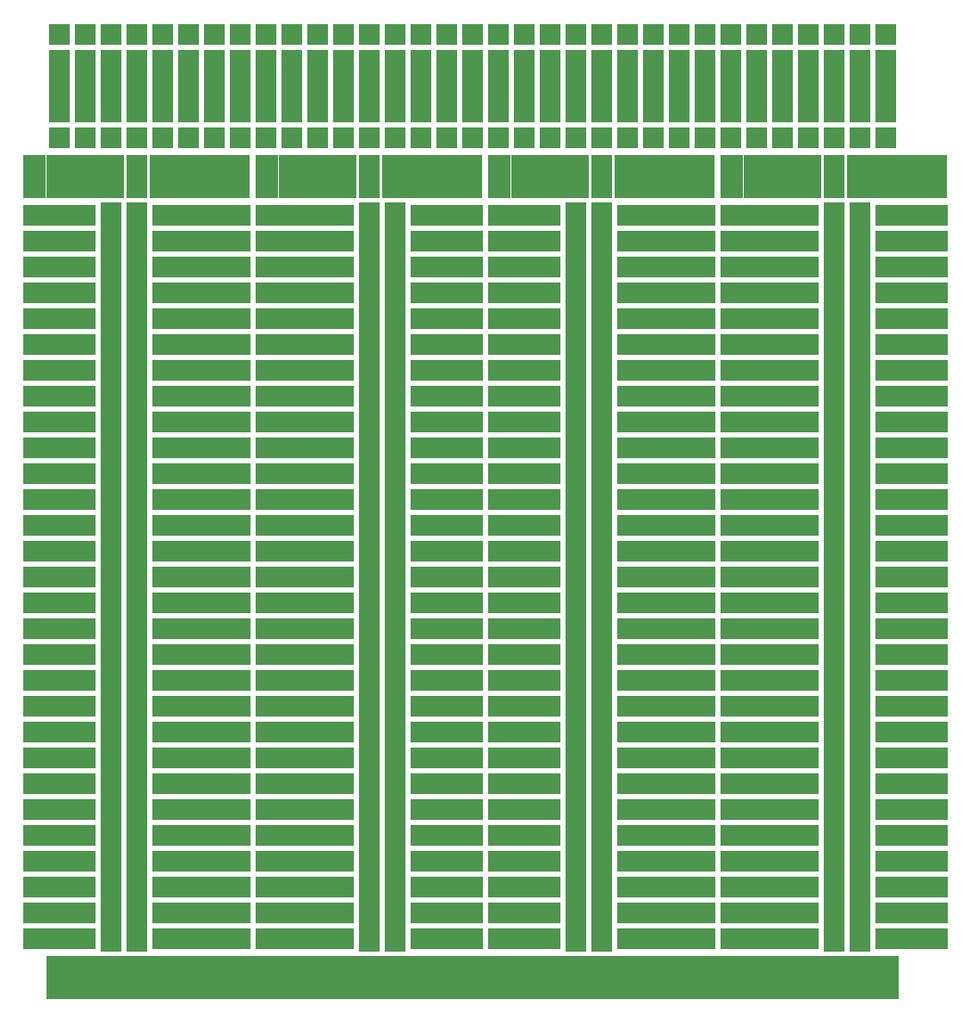
<source format=gbs>
%TF.GenerationSoftware,KiCad,Pcbnew,(5.99.0-1350-g7e4d255cd)*%
%TF.CreationDate,2020-04-19T23:06:08-06:00*%
%TF.ProjectId,generic-pcb,67656e65-7269-4632-9d70-63622e6b6963,rev?*%
%TF.SameCoordinates,PX5d42830PY292dfe0*%
%TF.FileFunction,Soldermask,Bot*%
%TF.FilePolarity,Negative*%
%FSLAX46Y46*%
G04 Gerber Fmt 4.6, Leading zero omitted, Abs format (unit mm)*
G04 Created by KiCad (PCBNEW (5.99.0-1350-g7e4d255cd)) date 2020-04-19 23:06:08*
%MOMM*%
%LPD*%
G01*
G04 APERTURE LIST*
%ADD10R,2.540000X2.286000*%
%ADD11R,2.286000X2.286000*%
%ADD12R,3.048000X2.286000*%
%ADD13R,2.032000X2.286000*%
%ADD14R,2.032000X2.540000*%
%ADD15R,2.032000X2.032000*%
%ADD16R,3.048000X2.032000*%
G04 APERTURE END LIST*
D10*
%TO.C,REF\u002A\u002A8*%
X82550000Y-17526000D03*
D11*
X95123000Y-17526000D03*
D10*
X92710000Y-17526000D03*
X90170000Y-17526000D03*
D11*
X75057000Y-17526000D03*
D10*
X77470000Y-17526000D03*
X87630000Y-17526000D03*
D12*
X80010000Y-17526000D03*
D13*
X85090000Y-17526000D03*
D11*
X75057000Y-15494000D03*
D10*
X77470000Y-15494000D03*
X80010000Y-15494000D03*
X82550000Y-15494000D03*
D11*
X95123000Y-15494000D03*
D10*
X92710000Y-15494000D03*
X90170000Y-15494000D03*
X87630000Y-15494000D03*
D13*
X85090000Y-15494000D03*
%TD*%
%TO.C,REF\u002A\u002A8*%
X62230000Y-15494000D03*
D10*
X64770000Y-15494000D03*
X67310000Y-15494000D03*
X69850000Y-15494000D03*
D11*
X72263000Y-15494000D03*
D10*
X59690000Y-15494000D03*
X57150000Y-15494000D03*
X54610000Y-15494000D03*
D11*
X52197000Y-15494000D03*
D13*
X62230000Y-17526000D03*
D12*
X57150000Y-17526000D03*
D10*
X64770000Y-17526000D03*
X54610000Y-17526000D03*
D11*
X52197000Y-17526000D03*
D10*
X67310000Y-17526000D03*
X69850000Y-17526000D03*
D11*
X72263000Y-17526000D03*
D10*
X59690000Y-17526000D03*
%TD*%
%TO.C,REF\u002A\u002A8*%
X36830000Y-17526000D03*
D11*
X49403000Y-17526000D03*
D10*
X46990000Y-17526000D03*
X44450000Y-17526000D03*
D11*
X29337000Y-17526000D03*
D10*
X31750000Y-17526000D03*
X41910000Y-17526000D03*
D12*
X34290000Y-17526000D03*
D13*
X39370000Y-17526000D03*
D11*
X29337000Y-15494000D03*
D10*
X31750000Y-15494000D03*
X34290000Y-15494000D03*
X36830000Y-15494000D03*
D11*
X49403000Y-15494000D03*
D10*
X46990000Y-15494000D03*
X44450000Y-15494000D03*
X41910000Y-15494000D03*
D13*
X39370000Y-15494000D03*
%TD*%
%TO.C,REF\u002A\u002A8*%
X16510000Y-15494000D03*
D10*
X19050000Y-15494000D03*
X21590000Y-15494000D03*
X24130000Y-15494000D03*
D11*
X26543000Y-15494000D03*
D10*
X13970000Y-15494000D03*
X11430000Y-15494000D03*
X8890000Y-15494000D03*
D11*
X6477000Y-15494000D03*
D13*
X16510000Y-17526000D03*
D12*
X11430000Y-17526000D03*
D10*
X19050000Y-17526000D03*
X8890000Y-17526000D03*
D11*
X6477000Y-17526000D03*
D10*
X21590000Y-17526000D03*
X24130000Y-17526000D03*
D11*
X26543000Y-17526000D03*
D10*
X13970000Y-17526000D03*
%TD*%
D14*
%TO.C,REF\u002A\u002A10*%
X87630000Y-91440000D03*
X85090000Y-91440000D03*
D15*
X82550000Y-91440000D03*
D16*
X80010000Y-91440000D03*
X77470000Y-91440000D03*
D15*
X74930000Y-91440000D03*
X95250000Y-91440000D03*
D16*
X92710000Y-91440000D03*
D15*
X90170000Y-91440000D03*
%TD*%
D14*
%TO.C,REF\u002A\u002A10*%
X41910000Y-91440000D03*
X39370000Y-91440000D03*
D15*
X36830000Y-91440000D03*
D16*
X34290000Y-91440000D03*
X31750000Y-91440000D03*
D15*
X29210000Y-91440000D03*
X49530000Y-91440000D03*
D16*
X46990000Y-91440000D03*
D15*
X44450000Y-91440000D03*
%TD*%
D14*
%TO.C,REF\u002A\u002A22*%
X62230000Y-40640000D03*
X59690000Y-40640000D03*
D15*
X72390000Y-40640000D03*
D16*
X69850000Y-40640000D03*
X67310000Y-40640000D03*
D15*
X64770000Y-40640000D03*
X57150000Y-40640000D03*
D16*
X54610000Y-40640000D03*
D15*
X52070000Y-40640000D03*
%TD*%
D10*
%TO.C,REF\u002A\u002A1*%
X8890000Y-96266000D03*
X8890000Y-94234000D03*
%TD*%
D14*
%TO.C,REF\u002A\u002A27*%
X16510000Y-27940000D03*
X13970000Y-27940000D03*
D15*
X26670000Y-27940000D03*
D16*
X24130000Y-27940000D03*
X21590000Y-27940000D03*
D15*
X19050000Y-27940000D03*
X11430000Y-27940000D03*
D16*
X8890000Y-27940000D03*
D15*
X6350000Y-27940000D03*
%TD*%
D14*
%TO.C,REF\u002A\u002A27*%
X16510000Y-25400000D03*
X13970000Y-25400000D03*
D15*
X26670000Y-25400000D03*
D16*
X24130000Y-25400000D03*
X21590000Y-25400000D03*
D15*
X19050000Y-25400000D03*
X11430000Y-25400000D03*
D16*
X8890000Y-25400000D03*
D15*
X6350000Y-25400000D03*
%TD*%
D14*
%TO.C,REF\u002A\u002A27*%
X16510000Y-22860000D03*
X13970000Y-22860000D03*
D15*
X26670000Y-22860000D03*
D16*
X24130000Y-22860000D03*
X21590000Y-22860000D03*
D15*
X19050000Y-22860000D03*
X11430000Y-22860000D03*
D16*
X8890000Y-22860000D03*
D15*
X6350000Y-22860000D03*
%TD*%
D14*
%TO.C,REF\u002A\u002A34*%
X41910000Y-27940000D03*
X39370000Y-27940000D03*
D15*
X36830000Y-27940000D03*
D16*
X34290000Y-27940000D03*
X31750000Y-27940000D03*
D15*
X29210000Y-27940000D03*
X49530000Y-27940000D03*
D16*
X46990000Y-27940000D03*
D15*
X44450000Y-27940000D03*
%TD*%
D14*
%TO.C,REF\u002A\u002A34*%
X41910000Y-25400000D03*
X39370000Y-25400000D03*
D15*
X36830000Y-25400000D03*
D16*
X34290000Y-25400000D03*
X31750000Y-25400000D03*
D15*
X29210000Y-25400000D03*
X49530000Y-25400000D03*
D16*
X46990000Y-25400000D03*
D15*
X44450000Y-25400000D03*
%TD*%
D14*
%TO.C,REF\u002A\u002A34*%
X41910000Y-22860000D03*
X39370000Y-22860000D03*
D15*
X36830000Y-22860000D03*
D16*
X34290000Y-22860000D03*
X31750000Y-22860000D03*
D15*
X29210000Y-22860000D03*
X49530000Y-22860000D03*
D16*
X46990000Y-22860000D03*
D15*
X44450000Y-22860000D03*
%TD*%
D14*
%TO.C,REF\u002A\u002A27*%
X62230000Y-27940000D03*
X59690000Y-27940000D03*
D15*
X72390000Y-27940000D03*
D16*
X69850000Y-27940000D03*
X67310000Y-27940000D03*
D15*
X64770000Y-27940000D03*
X57150000Y-27940000D03*
D16*
X54610000Y-27940000D03*
D15*
X52070000Y-27940000D03*
%TD*%
D14*
%TO.C,REF\u002A\u002A27*%
X62230000Y-25400000D03*
X59690000Y-25400000D03*
D15*
X72390000Y-25400000D03*
D16*
X69850000Y-25400000D03*
X67310000Y-25400000D03*
D15*
X64770000Y-25400000D03*
X57150000Y-25400000D03*
D16*
X54610000Y-25400000D03*
D15*
X52070000Y-25400000D03*
%TD*%
D14*
%TO.C,REF\u002A\u002A27*%
X62230000Y-22860000D03*
X59690000Y-22860000D03*
D15*
X72390000Y-22860000D03*
D16*
X69850000Y-22860000D03*
X67310000Y-22860000D03*
D15*
X64770000Y-22860000D03*
X57150000Y-22860000D03*
D16*
X54610000Y-22860000D03*
D15*
X52070000Y-22860000D03*
%TD*%
D14*
%TO.C,REF\u002A\u002A34*%
X87630000Y-27940000D03*
X85090000Y-27940000D03*
D15*
X82550000Y-27940000D03*
D16*
X80010000Y-27940000D03*
X77470000Y-27940000D03*
D15*
X74930000Y-27940000D03*
X95250000Y-27940000D03*
D16*
X92710000Y-27940000D03*
D15*
X90170000Y-27940000D03*
%TD*%
D14*
%TO.C,REF\u002A\u002A34*%
X87630000Y-25400000D03*
X85090000Y-25400000D03*
D15*
X82550000Y-25400000D03*
D16*
X80010000Y-25400000D03*
X77470000Y-25400000D03*
D15*
X74930000Y-25400000D03*
X95250000Y-25400000D03*
D16*
X92710000Y-25400000D03*
D15*
X90170000Y-25400000D03*
%TD*%
D14*
%TO.C,REF\u002A\u002A34*%
X87630000Y-22860000D03*
X85090000Y-22860000D03*
D15*
X82550000Y-22860000D03*
D16*
X80010000Y-22860000D03*
X77470000Y-22860000D03*
D15*
X74930000Y-22860000D03*
X95250000Y-22860000D03*
D16*
X92710000Y-22860000D03*
D15*
X90170000Y-22860000D03*
%TD*%
D10*
%TO.C,REF\u002A\u002A1*%
X11430000Y-96266000D03*
X11430000Y-94234000D03*
%TD*%
%TO.C,REF\u002A\u002A30*%
X90170000Y-96266000D03*
X90170000Y-94234000D03*
%TD*%
%TO.C,REF\u002A\u002A30*%
X87630000Y-96266000D03*
X87630000Y-94234000D03*
%TD*%
%TO.C,REF\u002A\u002A29*%
X85090000Y-96266000D03*
X85090000Y-94234000D03*
%TD*%
%TO.C,REF\u002A\u002A28*%
X82550000Y-96266000D03*
X82550000Y-94234000D03*
%TD*%
%TO.C,REF\u002A\u002A27*%
X80010000Y-96266000D03*
X80010000Y-94234000D03*
%TD*%
%TO.C,REF\u002A\u002A26*%
X77470000Y-96266000D03*
X77470000Y-94234000D03*
%TD*%
%TO.C,REF\u002A\u002A25*%
X74930000Y-96266000D03*
X74930000Y-94234000D03*
%TD*%
%TO.C,REF\u002A\u002A24*%
X72390000Y-96266000D03*
X72390000Y-94234000D03*
%TD*%
%TO.C,REF\u002A\u002A23*%
X69850000Y-96266000D03*
X69850000Y-94234000D03*
%TD*%
%TO.C,REF\u002A\u002A22*%
X67310000Y-96266000D03*
X67310000Y-94234000D03*
%TD*%
%TO.C,REF\u002A\u002A21*%
X64770000Y-96266000D03*
X64770000Y-94234000D03*
%TD*%
%TO.C,REF\u002A\u002A20*%
X62230000Y-96266000D03*
X62230000Y-94234000D03*
%TD*%
%TO.C,REF\u002A\u002A19*%
X59690000Y-96266000D03*
X59690000Y-94234000D03*
%TD*%
%TO.C,REF\u002A\u002A18*%
X57150000Y-96266000D03*
X57150000Y-94234000D03*
%TD*%
%TO.C,REF\u002A\u002A17*%
X54610000Y-96266000D03*
X54610000Y-94234000D03*
%TD*%
%TO.C,REF\u002A\u002A16*%
X52070000Y-96266000D03*
X52070000Y-94234000D03*
%TD*%
%TO.C,REF\u002A\u002A15*%
X49530000Y-96266000D03*
X49530000Y-94234000D03*
%TD*%
%TO.C,REF\u002A\u002A14*%
X46990000Y-96266000D03*
X46990000Y-94234000D03*
%TD*%
%TO.C,REF\u002A\u002A13*%
X44450000Y-96266000D03*
X44450000Y-94234000D03*
%TD*%
%TO.C,REF\u002A\u002A12*%
X41910000Y-96266000D03*
X41910000Y-94234000D03*
%TD*%
%TO.C,REF\u002A\u002A11*%
X39370000Y-96266000D03*
X39370000Y-94234000D03*
%TD*%
%TO.C,REF\u002A\u002A10*%
X36830000Y-96266000D03*
X36830000Y-94234000D03*
%TD*%
%TO.C,REF\u002A\u002A9*%
X34290000Y-96266000D03*
X34290000Y-94234000D03*
%TD*%
%TO.C,REF\u002A\u002A8*%
X31750000Y-96266000D03*
X31750000Y-94234000D03*
%TD*%
%TO.C,REF\u002A\u002A7*%
X29210000Y-96266000D03*
X29210000Y-94234000D03*
%TD*%
%TO.C,REF\u002A\u002A6*%
X26670000Y-96266000D03*
X26670000Y-94234000D03*
%TD*%
%TO.C,REF\u002A\u002A5*%
X24130000Y-96266000D03*
X24130000Y-94234000D03*
%TD*%
%TO.C,REF\u002A\u002A4*%
X21590000Y-96266000D03*
X21590000Y-94234000D03*
%TD*%
%TO.C,REF\u002A\u002A3*%
X19050000Y-96266000D03*
X19050000Y-94234000D03*
%TD*%
%TO.C,REF\u002A\u002A2*%
X16510000Y-96266000D03*
X16510000Y-94234000D03*
%TD*%
D14*
%TO.C,REF\u002A\u002A3*%
X16510000Y-88900000D03*
X13970000Y-88900000D03*
D15*
X26670000Y-88900000D03*
D16*
X24130000Y-88900000D03*
X21590000Y-88900000D03*
D15*
X19050000Y-88900000D03*
X11430000Y-88900000D03*
D16*
X8890000Y-88900000D03*
D15*
X6350000Y-88900000D03*
%TD*%
D14*
%TO.C,REF\u002A\u002A4*%
X16510000Y-86360000D03*
X13970000Y-86360000D03*
D15*
X26670000Y-86360000D03*
D16*
X24130000Y-86360000D03*
X21590000Y-86360000D03*
D15*
X19050000Y-86360000D03*
X11430000Y-86360000D03*
D16*
X8890000Y-86360000D03*
D15*
X6350000Y-86360000D03*
%TD*%
D14*
%TO.C,REF\u002A\u002A5*%
X16510000Y-83820000D03*
X13970000Y-83820000D03*
D15*
X26670000Y-83820000D03*
D16*
X24130000Y-83820000D03*
X21590000Y-83820000D03*
D15*
X19050000Y-83820000D03*
X11430000Y-83820000D03*
D16*
X8890000Y-83820000D03*
D15*
X6350000Y-83820000D03*
%TD*%
D14*
%TO.C,REF\u002A\u002A6*%
X16510000Y-81280000D03*
X13970000Y-81280000D03*
D15*
X26670000Y-81280000D03*
D16*
X24130000Y-81280000D03*
X21590000Y-81280000D03*
D15*
X19050000Y-81280000D03*
X11430000Y-81280000D03*
D16*
X8890000Y-81280000D03*
D15*
X6350000Y-81280000D03*
%TD*%
D14*
%TO.C,REF\u002A\u002A7*%
X16510000Y-78740000D03*
X13970000Y-78740000D03*
D15*
X26670000Y-78740000D03*
D16*
X24130000Y-78740000D03*
X21590000Y-78740000D03*
D15*
X19050000Y-78740000D03*
X11430000Y-78740000D03*
D16*
X8890000Y-78740000D03*
D15*
X6350000Y-78740000D03*
%TD*%
D14*
%TO.C,REF\u002A\u002A8*%
X16510000Y-76200000D03*
X13970000Y-76200000D03*
D15*
X26670000Y-76200000D03*
D16*
X24130000Y-76200000D03*
X21590000Y-76200000D03*
D15*
X19050000Y-76200000D03*
X11430000Y-76200000D03*
D16*
X8890000Y-76200000D03*
D15*
X6350000Y-76200000D03*
%TD*%
D14*
%TO.C,REF\u002A\u002A9*%
X16510000Y-73660000D03*
X13970000Y-73660000D03*
D15*
X26670000Y-73660000D03*
D16*
X24130000Y-73660000D03*
X21590000Y-73660000D03*
D15*
X19050000Y-73660000D03*
X11430000Y-73660000D03*
D16*
X8890000Y-73660000D03*
D15*
X6350000Y-73660000D03*
%TD*%
D14*
%TO.C,REF\u002A\u002A10*%
X16510000Y-71120000D03*
X13970000Y-71120000D03*
D15*
X26670000Y-71120000D03*
D16*
X24130000Y-71120000D03*
X21590000Y-71120000D03*
D15*
X19050000Y-71120000D03*
X11430000Y-71120000D03*
D16*
X8890000Y-71120000D03*
D15*
X6350000Y-71120000D03*
%TD*%
D14*
%TO.C,REF\u002A\u002A11*%
X16510000Y-68580000D03*
X13970000Y-68580000D03*
D15*
X26670000Y-68580000D03*
D16*
X24130000Y-68580000D03*
X21590000Y-68580000D03*
D15*
X19050000Y-68580000D03*
X11430000Y-68580000D03*
D16*
X8890000Y-68580000D03*
D15*
X6350000Y-68580000D03*
%TD*%
D14*
%TO.C,REF\u002A\u002A12*%
X16510000Y-66040000D03*
X13970000Y-66040000D03*
D15*
X26670000Y-66040000D03*
D16*
X24130000Y-66040000D03*
X21590000Y-66040000D03*
D15*
X19050000Y-66040000D03*
X11430000Y-66040000D03*
D16*
X8890000Y-66040000D03*
D15*
X6350000Y-66040000D03*
%TD*%
D14*
%TO.C,REF\u002A\u002A13*%
X16510000Y-63500000D03*
X13970000Y-63500000D03*
D15*
X26670000Y-63500000D03*
D16*
X24130000Y-63500000D03*
X21590000Y-63500000D03*
D15*
X19050000Y-63500000D03*
X11430000Y-63500000D03*
D16*
X8890000Y-63500000D03*
D15*
X6350000Y-63500000D03*
%TD*%
D14*
%TO.C,REF\u002A\u002A14*%
X16510000Y-60960000D03*
X13970000Y-60960000D03*
D15*
X26670000Y-60960000D03*
D16*
X24130000Y-60960000D03*
X21590000Y-60960000D03*
D15*
X19050000Y-60960000D03*
X11430000Y-60960000D03*
D16*
X8890000Y-60960000D03*
D15*
X6350000Y-60960000D03*
%TD*%
D14*
%TO.C,REF\u002A\u002A15*%
X16510000Y-58420000D03*
X13970000Y-58420000D03*
D15*
X26670000Y-58420000D03*
D16*
X24130000Y-58420000D03*
X21590000Y-58420000D03*
D15*
X19050000Y-58420000D03*
X11430000Y-58420000D03*
D16*
X8890000Y-58420000D03*
D15*
X6350000Y-58420000D03*
%TD*%
D14*
%TO.C,REF\u002A\u002A16*%
X16510000Y-55880000D03*
X13970000Y-55880000D03*
D15*
X26670000Y-55880000D03*
D16*
X24130000Y-55880000D03*
X21590000Y-55880000D03*
D15*
X19050000Y-55880000D03*
X11430000Y-55880000D03*
D16*
X8890000Y-55880000D03*
D15*
X6350000Y-55880000D03*
%TD*%
D14*
%TO.C,REF\u002A\u002A17*%
X16510000Y-53340000D03*
X13970000Y-53340000D03*
D15*
X26670000Y-53340000D03*
D16*
X24130000Y-53340000D03*
X21590000Y-53340000D03*
D15*
X19050000Y-53340000D03*
X11430000Y-53340000D03*
D16*
X8890000Y-53340000D03*
D15*
X6350000Y-53340000D03*
%TD*%
D14*
%TO.C,REF\u002A\u002A18*%
X16510000Y-50800000D03*
X13970000Y-50800000D03*
D15*
X26670000Y-50800000D03*
D16*
X24130000Y-50800000D03*
X21590000Y-50800000D03*
D15*
X19050000Y-50800000D03*
X11430000Y-50800000D03*
D16*
X8890000Y-50800000D03*
D15*
X6350000Y-50800000D03*
%TD*%
D14*
%TO.C,REF\u002A\u002A19*%
X16510000Y-48260000D03*
X13970000Y-48260000D03*
D15*
X26670000Y-48260000D03*
D16*
X24130000Y-48260000D03*
X21590000Y-48260000D03*
D15*
X19050000Y-48260000D03*
X11430000Y-48260000D03*
D16*
X8890000Y-48260000D03*
D15*
X6350000Y-48260000D03*
%TD*%
D14*
%TO.C,REF\u002A\u002A20*%
X16510000Y-45720000D03*
X13970000Y-45720000D03*
D15*
X26670000Y-45720000D03*
D16*
X24130000Y-45720000D03*
X21590000Y-45720000D03*
D15*
X19050000Y-45720000D03*
X11430000Y-45720000D03*
D16*
X8890000Y-45720000D03*
D15*
X6350000Y-45720000D03*
%TD*%
D14*
%TO.C,REF\u002A\u002A21*%
X16510000Y-43180000D03*
X13970000Y-43180000D03*
D15*
X26670000Y-43180000D03*
D16*
X24130000Y-43180000D03*
X21590000Y-43180000D03*
D15*
X19050000Y-43180000D03*
X11430000Y-43180000D03*
D16*
X8890000Y-43180000D03*
D15*
X6350000Y-43180000D03*
%TD*%
D14*
%TO.C,REF\u002A\u002A22*%
X16510000Y-40640000D03*
X13970000Y-40640000D03*
D15*
X26670000Y-40640000D03*
D16*
X24130000Y-40640000D03*
X21590000Y-40640000D03*
D15*
X19050000Y-40640000D03*
X11430000Y-40640000D03*
D16*
X8890000Y-40640000D03*
D15*
X6350000Y-40640000D03*
%TD*%
D14*
%TO.C,REF\u002A\u002A23*%
X16510000Y-38100000D03*
X13970000Y-38100000D03*
D15*
X26670000Y-38100000D03*
D16*
X24130000Y-38100000D03*
X21590000Y-38100000D03*
D15*
X19050000Y-38100000D03*
X11430000Y-38100000D03*
D16*
X8890000Y-38100000D03*
D15*
X6350000Y-38100000D03*
%TD*%
D14*
%TO.C,REF\u002A\u002A24*%
X16510000Y-35560000D03*
X13970000Y-35560000D03*
D15*
X26670000Y-35560000D03*
D16*
X24130000Y-35560000D03*
X21590000Y-35560000D03*
D15*
X19050000Y-35560000D03*
X11430000Y-35560000D03*
D16*
X8890000Y-35560000D03*
D15*
X6350000Y-35560000D03*
%TD*%
D14*
%TO.C,REF\u002A\u002A25*%
X16510000Y-33020000D03*
X13970000Y-33020000D03*
D15*
X26670000Y-33020000D03*
D16*
X24130000Y-33020000D03*
X21590000Y-33020000D03*
D15*
X19050000Y-33020000D03*
X11430000Y-33020000D03*
D16*
X8890000Y-33020000D03*
D15*
X6350000Y-33020000D03*
%TD*%
D14*
%TO.C,REF\u002A\u002A26*%
X16510000Y-30480000D03*
X13970000Y-30480000D03*
D15*
X26670000Y-30480000D03*
D16*
X24130000Y-30480000D03*
X21590000Y-30480000D03*
D15*
X19050000Y-30480000D03*
X11430000Y-30480000D03*
D16*
X8890000Y-30480000D03*
D15*
X6350000Y-30480000D03*
%TD*%
D14*
%TO.C,REF\u002A\u002A27*%
X16510000Y-20320000D03*
X13970000Y-20320000D03*
D15*
X26670000Y-20320000D03*
D16*
X24130000Y-20320000D03*
X21590000Y-20320000D03*
D15*
X19050000Y-20320000D03*
X11430000Y-20320000D03*
D16*
X8890000Y-20320000D03*
D15*
X6350000Y-20320000D03*
%TD*%
D14*
%TO.C,REF\u002A\u002A27*%
X16510000Y-20320000D03*
X13970000Y-20320000D03*
D15*
X26670000Y-20320000D03*
D16*
X24130000Y-20320000D03*
X21590000Y-20320000D03*
D15*
X19050000Y-20320000D03*
X11430000Y-20320000D03*
D16*
X8890000Y-20320000D03*
D15*
X6350000Y-20320000D03*
%TD*%
D14*
%TO.C,REF\u002A\u002A26*%
X16510000Y-30480000D03*
X13970000Y-30480000D03*
D15*
X26670000Y-30480000D03*
D16*
X24130000Y-30480000D03*
X21590000Y-30480000D03*
D15*
X19050000Y-30480000D03*
X11430000Y-30480000D03*
D16*
X8890000Y-30480000D03*
D15*
X6350000Y-30480000D03*
%TD*%
D14*
%TO.C,REF\u002A\u002A25*%
X16510000Y-33020000D03*
X13970000Y-33020000D03*
D15*
X26670000Y-33020000D03*
D16*
X24130000Y-33020000D03*
X21590000Y-33020000D03*
D15*
X19050000Y-33020000D03*
X11430000Y-33020000D03*
D16*
X8890000Y-33020000D03*
D15*
X6350000Y-33020000D03*
%TD*%
D14*
%TO.C,REF\u002A\u002A24*%
X16510000Y-35560000D03*
X13970000Y-35560000D03*
D15*
X26670000Y-35560000D03*
D16*
X24130000Y-35560000D03*
X21590000Y-35560000D03*
D15*
X19050000Y-35560000D03*
X11430000Y-35560000D03*
D16*
X8890000Y-35560000D03*
D15*
X6350000Y-35560000D03*
%TD*%
D14*
%TO.C,REF\u002A\u002A23*%
X16510000Y-38100000D03*
X13970000Y-38100000D03*
D15*
X26670000Y-38100000D03*
D16*
X24130000Y-38100000D03*
X21590000Y-38100000D03*
D15*
X19050000Y-38100000D03*
X11430000Y-38100000D03*
D16*
X8890000Y-38100000D03*
D15*
X6350000Y-38100000D03*
%TD*%
D14*
%TO.C,REF\u002A\u002A22*%
X16510000Y-40640000D03*
X13970000Y-40640000D03*
D15*
X26670000Y-40640000D03*
D16*
X24130000Y-40640000D03*
X21590000Y-40640000D03*
D15*
X19050000Y-40640000D03*
X11430000Y-40640000D03*
D16*
X8890000Y-40640000D03*
D15*
X6350000Y-40640000D03*
%TD*%
D14*
%TO.C,REF\u002A\u002A21*%
X16510000Y-43180000D03*
X13970000Y-43180000D03*
D15*
X26670000Y-43180000D03*
D16*
X24130000Y-43180000D03*
X21590000Y-43180000D03*
D15*
X19050000Y-43180000D03*
X11430000Y-43180000D03*
D16*
X8890000Y-43180000D03*
D15*
X6350000Y-43180000D03*
%TD*%
D14*
%TO.C,REF\u002A\u002A20*%
X16510000Y-45720000D03*
X13970000Y-45720000D03*
D15*
X26670000Y-45720000D03*
D16*
X24130000Y-45720000D03*
X21590000Y-45720000D03*
D15*
X19050000Y-45720000D03*
X11430000Y-45720000D03*
D16*
X8890000Y-45720000D03*
D15*
X6350000Y-45720000D03*
%TD*%
D14*
%TO.C,REF\u002A\u002A19*%
X16510000Y-48260000D03*
X13970000Y-48260000D03*
D15*
X26670000Y-48260000D03*
D16*
X24130000Y-48260000D03*
X21590000Y-48260000D03*
D15*
X19050000Y-48260000D03*
X11430000Y-48260000D03*
D16*
X8890000Y-48260000D03*
D15*
X6350000Y-48260000D03*
%TD*%
D14*
%TO.C,REF\u002A\u002A18*%
X16510000Y-50800000D03*
X13970000Y-50800000D03*
D15*
X26670000Y-50800000D03*
D16*
X24130000Y-50800000D03*
X21590000Y-50800000D03*
D15*
X19050000Y-50800000D03*
X11430000Y-50800000D03*
D16*
X8890000Y-50800000D03*
D15*
X6350000Y-50800000D03*
%TD*%
D14*
%TO.C,REF\u002A\u002A17*%
X16510000Y-53340000D03*
X13970000Y-53340000D03*
D15*
X26670000Y-53340000D03*
D16*
X24130000Y-53340000D03*
X21590000Y-53340000D03*
D15*
X19050000Y-53340000D03*
X11430000Y-53340000D03*
D16*
X8890000Y-53340000D03*
D15*
X6350000Y-53340000D03*
%TD*%
D14*
%TO.C,REF\u002A\u002A16*%
X16510000Y-55880000D03*
X13970000Y-55880000D03*
D15*
X26670000Y-55880000D03*
D16*
X24130000Y-55880000D03*
X21590000Y-55880000D03*
D15*
X19050000Y-55880000D03*
X11430000Y-55880000D03*
D16*
X8890000Y-55880000D03*
D15*
X6350000Y-55880000D03*
%TD*%
D14*
%TO.C,REF\u002A\u002A15*%
X16510000Y-58420000D03*
X13970000Y-58420000D03*
D15*
X26670000Y-58420000D03*
D16*
X24130000Y-58420000D03*
X21590000Y-58420000D03*
D15*
X19050000Y-58420000D03*
X11430000Y-58420000D03*
D16*
X8890000Y-58420000D03*
D15*
X6350000Y-58420000D03*
%TD*%
D14*
%TO.C,REF\u002A\u002A14*%
X16510000Y-60960000D03*
X13970000Y-60960000D03*
D15*
X26670000Y-60960000D03*
D16*
X24130000Y-60960000D03*
X21590000Y-60960000D03*
D15*
X19050000Y-60960000D03*
X11430000Y-60960000D03*
D16*
X8890000Y-60960000D03*
D15*
X6350000Y-60960000D03*
%TD*%
D14*
%TO.C,REF\u002A\u002A13*%
X16510000Y-63500000D03*
X13970000Y-63500000D03*
D15*
X26670000Y-63500000D03*
D16*
X24130000Y-63500000D03*
X21590000Y-63500000D03*
D15*
X19050000Y-63500000D03*
X11430000Y-63500000D03*
D16*
X8890000Y-63500000D03*
D15*
X6350000Y-63500000D03*
%TD*%
D14*
%TO.C,REF\u002A\u002A12*%
X16510000Y-66040000D03*
X13970000Y-66040000D03*
D15*
X26670000Y-66040000D03*
D16*
X24130000Y-66040000D03*
X21590000Y-66040000D03*
D15*
X19050000Y-66040000D03*
X11430000Y-66040000D03*
D16*
X8890000Y-66040000D03*
D15*
X6350000Y-66040000D03*
%TD*%
D14*
%TO.C,REF\u002A\u002A11*%
X16510000Y-68580000D03*
X13970000Y-68580000D03*
D15*
X26670000Y-68580000D03*
D16*
X24130000Y-68580000D03*
X21590000Y-68580000D03*
D15*
X19050000Y-68580000D03*
X11430000Y-68580000D03*
D16*
X8890000Y-68580000D03*
D15*
X6350000Y-68580000D03*
%TD*%
D14*
%TO.C,REF\u002A\u002A10*%
X16510000Y-71120000D03*
X13970000Y-71120000D03*
D15*
X26670000Y-71120000D03*
D16*
X24130000Y-71120000D03*
X21590000Y-71120000D03*
D15*
X19050000Y-71120000D03*
X11430000Y-71120000D03*
D16*
X8890000Y-71120000D03*
D15*
X6350000Y-71120000D03*
%TD*%
D14*
%TO.C,REF\u002A\u002A9*%
X16510000Y-73660000D03*
X13970000Y-73660000D03*
D15*
X26670000Y-73660000D03*
D16*
X24130000Y-73660000D03*
X21590000Y-73660000D03*
D15*
X19050000Y-73660000D03*
X11430000Y-73660000D03*
D16*
X8890000Y-73660000D03*
D15*
X6350000Y-73660000D03*
%TD*%
D14*
%TO.C,REF\u002A\u002A8*%
X16510000Y-76200000D03*
X13970000Y-76200000D03*
D15*
X26670000Y-76200000D03*
D16*
X24130000Y-76200000D03*
X21590000Y-76200000D03*
D15*
X19050000Y-76200000D03*
X11430000Y-76200000D03*
D16*
X8890000Y-76200000D03*
D15*
X6350000Y-76200000D03*
%TD*%
D14*
%TO.C,REF\u002A\u002A7*%
X16510000Y-78740000D03*
X13970000Y-78740000D03*
D15*
X26670000Y-78740000D03*
D16*
X24130000Y-78740000D03*
X21590000Y-78740000D03*
D15*
X19050000Y-78740000D03*
X11430000Y-78740000D03*
D16*
X8890000Y-78740000D03*
D15*
X6350000Y-78740000D03*
%TD*%
D14*
%TO.C,REF\u002A\u002A6*%
X16510000Y-81280000D03*
X13970000Y-81280000D03*
D15*
X26670000Y-81280000D03*
D16*
X24130000Y-81280000D03*
X21590000Y-81280000D03*
D15*
X19050000Y-81280000D03*
X11430000Y-81280000D03*
D16*
X8890000Y-81280000D03*
D15*
X6350000Y-81280000D03*
%TD*%
D14*
%TO.C,REF\u002A\u002A5*%
X16510000Y-83820000D03*
X13970000Y-83820000D03*
D15*
X26670000Y-83820000D03*
D16*
X24130000Y-83820000D03*
X21590000Y-83820000D03*
D15*
X19050000Y-83820000D03*
X11430000Y-83820000D03*
D16*
X8890000Y-83820000D03*
D15*
X6350000Y-83820000D03*
%TD*%
D14*
%TO.C,REF\u002A\u002A4*%
X16510000Y-86360000D03*
X13970000Y-86360000D03*
D15*
X26670000Y-86360000D03*
D16*
X24130000Y-86360000D03*
X21590000Y-86360000D03*
D15*
X19050000Y-86360000D03*
X11430000Y-86360000D03*
D16*
X8890000Y-86360000D03*
D15*
X6350000Y-86360000D03*
%TD*%
D14*
%TO.C,REF\u002A\u002A3*%
X16510000Y-91440000D03*
X13970000Y-91440000D03*
D15*
X26670000Y-91440000D03*
D16*
X24130000Y-91440000D03*
X21590000Y-91440000D03*
D15*
X19050000Y-91440000D03*
X11430000Y-91440000D03*
D16*
X8890000Y-91440000D03*
D15*
X6350000Y-91440000D03*
%TD*%
D14*
%TO.C,REF\u002A\u002A3*%
X62230000Y-88900000D03*
X59690000Y-88900000D03*
D15*
X72390000Y-88900000D03*
D16*
X69850000Y-88900000D03*
X67310000Y-88900000D03*
D15*
X64770000Y-88900000D03*
X57150000Y-88900000D03*
D16*
X54610000Y-88900000D03*
D15*
X52070000Y-88900000D03*
%TD*%
D14*
%TO.C,REF\u002A\u002A4*%
X62230000Y-86360000D03*
X59690000Y-86360000D03*
D15*
X72390000Y-86360000D03*
D16*
X69850000Y-86360000D03*
X67310000Y-86360000D03*
D15*
X64770000Y-86360000D03*
X57150000Y-86360000D03*
D16*
X54610000Y-86360000D03*
D15*
X52070000Y-86360000D03*
%TD*%
D14*
%TO.C,REF\u002A\u002A5*%
X62230000Y-83820000D03*
X59690000Y-83820000D03*
D15*
X72390000Y-83820000D03*
D16*
X69850000Y-83820000D03*
X67310000Y-83820000D03*
D15*
X64770000Y-83820000D03*
X57150000Y-83820000D03*
D16*
X54610000Y-83820000D03*
D15*
X52070000Y-83820000D03*
%TD*%
D14*
%TO.C,REF\u002A\u002A6*%
X62230000Y-81280000D03*
X59690000Y-81280000D03*
D15*
X72390000Y-81280000D03*
D16*
X69850000Y-81280000D03*
X67310000Y-81280000D03*
D15*
X64770000Y-81280000D03*
X57150000Y-81280000D03*
D16*
X54610000Y-81280000D03*
D15*
X52070000Y-81280000D03*
%TD*%
D14*
%TO.C,REF\u002A\u002A7*%
X62230000Y-78740000D03*
X59690000Y-78740000D03*
D15*
X72390000Y-78740000D03*
D16*
X69850000Y-78740000D03*
X67310000Y-78740000D03*
D15*
X64770000Y-78740000D03*
X57150000Y-78740000D03*
D16*
X54610000Y-78740000D03*
D15*
X52070000Y-78740000D03*
%TD*%
D14*
%TO.C,REF\u002A\u002A8*%
X62230000Y-76200000D03*
X59690000Y-76200000D03*
D15*
X72390000Y-76200000D03*
D16*
X69850000Y-76200000D03*
X67310000Y-76200000D03*
D15*
X64770000Y-76200000D03*
X57150000Y-76200000D03*
D16*
X54610000Y-76200000D03*
D15*
X52070000Y-76200000D03*
%TD*%
D14*
%TO.C,REF\u002A\u002A9*%
X62230000Y-73660000D03*
X59690000Y-73660000D03*
D15*
X72390000Y-73660000D03*
D16*
X69850000Y-73660000D03*
X67310000Y-73660000D03*
D15*
X64770000Y-73660000D03*
X57150000Y-73660000D03*
D16*
X54610000Y-73660000D03*
D15*
X52070000Y-73660000D03*
%TD*%
D14*
%TO.C,REF\u002A\u002A10*%
X62230000Y-71120000D03*
X59690000Y-71120000D03*
D15*
X72390000Y-71120000D03*
D16*
X69850000Y-71120000D03*
X67310000Y-71120000D03*
D15*
X64770000Y-71120000D03*
X57150000Y-71120000D03*
D16*
X54610000Y-71120000D03*
D15*
X52070000Y-71120000D03*
%TD*%
D14*
%TO.C,REF\u002A\u002A11*%
X62230000Y-68580000D03*
X59690000Y-68580000D03*
D15*
X72390000Y-68580000D03*
D16*
X69850000Y-68580000D03*
X67310000Y-68580000D03*
D15*
X64770000Y-68580000D03*
X57150000Y-68580000D03*
D16*
X54610000Y-68580000D03*
D15*
X52070000Y-68580000D03*
%TD*%
D14*
%TO.C,REF\u002A\u002A12*%
X62230000Y-66040000D03*
X59690000Y-66040000D03*
D15*
X72390000Y-66040000D03*
D16*
X69850000Y-66040000D03*
X67310000Y-66040000D03*
D15*
X64770000Y-66040000D03*
X57150000Y-66040000D03*
D16*
X54610000Y-66040000D03*
D15*
X52070000Y-66040000D03*
%TD*%
D14*
%TO.C,REF\u002A\u002A13*%
X62230000Y-63500000D03*
X59690000Y-63500000D03*
D15*
X72390000Y-63500000D03*
D16*
X69850000Y-63500000D03*
X67310000Y-63500000D03*
D15*
X64770000Y-63500000D03*
X57150000Y-63500000D03*
D16*
X54610000Y-63500000D03*
D15*
X52070000Y-63500000D03*
%TD*%
D14*
%TO.C,REF\u002A\u002A14*%
X62230000Y-60960000D03*
X59690000Y-60960000D03*
D15*
X72390000Y-60960000D03*
D16*
X69850000Y-60960000D03*
X67310000Y-60960000D03*
D15*
X64770000Y-60960000D03*
X57150000Y-60960000D03*
D16*
X54610000Y-60960000D03*
D15*
X52070000Y-60960000D03*
%TD*%
D14*
%TO.C,REF\u002A\u002A15*%
X62230000Y-58420000D03*
X59690000Y-58420000D03*
D15*
X72390000Y-58420000D03*
D16*
X69850000Y-58420000D03*
X67310000Y-58420000D03*
D15*
X64770000Y-58420000D03*
X57150000Y-58420000D03*
D16*
X54610000Y-58420000D03*
D15*
X52070000Y-58420000D03*
%TD*%
D14*
%TO.C,REF\u002A\u002A16*%
X62230000Y-55880000D03*
X59690000Y-55880000D03*
D15*
X72390000Y-55880000D03*
D16*
X69850000Y-55880000D03*
X67310000Y-55880000D03*
D15*
X64770000Y-55880000D03*
X57150000Y-55880000D03*
D16*
X54610000Y-55880000D03*
D15*
X52070000Y-55880000D03*
%TD*%
D14*
%TO.C,REF\u002A\u002A17*%
X62230000Y-53340000D03*
X59690000Y-53340000D03*
D15*
X72390000Y-53340000D03*
D16*
X69850000Y-53340000D03*
X67310000Y-53340000D03*
D15*
X64770000Y-53340000D03*
X57150000Y-53340000D03*
D16*
X54610000Y-53340000D03*
D15*
X52070000Y-53340000D03*
%TD*%
D14*
%TO.C,REF\u002A\u002A18*%
X62230000Y-50800000D03*
X59690000Y-50800000D03*
D15*
X72390000Y-50800000D03*
D16*
X69850000Y-50800000D03*
X67310000Y-50800000D03*
D15*
X64770000Y-50800000D03*
X57150000Y-50800000D03*
D16*
X54610000Y-50800000D03*
D15*
X52070000Y-50800000D03*
%TD*%
D14*
%TO.C,REF\u002A\u002A19*%
X62230000Y-48260000D03*
X59690000Y-48260000D03*
D15*
X72390000Y-48260000D03*
D16*
X69850000Y-48260000D03*
X67310000Y-48260000D03*
D15*
X64770000Y-48260000D03*
X57150000Y-48260000D03*
D16*
X54610000Y-48260000D03*
D15*
X52070000Y-48260000D03*
%TD*%
D14*
%TO.C,REF\u002A\u002A20*%
X62230000Y-45720000D03*
X59690000Y-45720000D03*
D15*
X72390000Y-45720000D03*
D16*
X69850000Y-45720000D03*
X67310000Y-45720000D03*
D15*
X64770000Y-45720000D03*
X57150000Y-45720000D03*
D16*
X54610000Y-45720000D03*
D15*
X52070000Y-45720000D03*
%TD*%
D14*
%TO.C,REF\u002A\u002A21*%
X62230000Y-43180000D03*
X59690000Y-43180000D03*
D15*
X72390000Y-43180000D03*
D16*
X69850000Y-43180000D03*
X67310000Y-43180000D03*
D15*
X64770000Y-43180000D03*
X57150000Y-43180000D03*
D16*
X54610000Y-43180000D03*
D15*
X52070000Y-43180000D03*
%TD*%
D14*
%TO.C,REF\u002A\u002A22*%
X62230000Y-40640000D03*
X59690000Y-40640000D03*
D15*
X72390000Y-40640000D03*
D16*
X69850000Y-40640000D03*
X67310000Y-40640000D03*
D15*
X64770000Y-40640000D03*
X57150000Y-40640000D03*
D16*
X54610000Y-40640000D03*
D15*
X52070000Y-40640000D03*
%TD*%
D14*
%TO.C,REF\u002A\u002A23*%
X62230000Y-38100000D03*
X59690000Y-38100000D03*
D15*
X72390000Y-38100000D03*
D16*
X69850000Y-38100000D03*
X67310000Y-38100000D03*
D15*
X64770000Y-38100000D03*
X57150000Y-38100000D03*
D16*
X54610000Y-38100000D03*
D15*
X52070000Y-38100000D03*
%TD*%
D14*
%TO.C,REF\u002A\u002A24*%
X62230000Y-35560000D03*
X59690000Y-35560000D03*
D15*
X72390000Y-35560000D03*
D16*
X69850000Y-35560000D03*
X67310000Y-35560000D03*
D15*
X64770000Y-35560000D03*
X57150000Y-35560000D03*
D16*
X54610000Y-35560000D03*
D15*
X52070000Y-35560000D03*
%TD*%
D14*
%TO.C,REF\u002A\u002A25*%
X62230000Y-33020000D03*
X59690000Y-33020000D03*
D15*
X72390000Y-33020000D03*
D16*
X69850000Y-33020000D03*
X67310000Y-33020000D03*
D15*
X64770000Y-33020000D03*
X57150000Y-33020000D03*
D16*
X54610000Y-33020000D03*
D15*
X52070000Y-33020000D03*
%TD*%
D14*
%TO.C,REF\u002A\u002A26*%
X62230000Y-30480000D03*
X59690000Y-30480000D03*
D15*
X72390000Y-30480000D03*
D16*
X69850000Y-30480000D03*
X67310000Y-30480000D03*
D15*
X64770000Y-30480000D03*
X57150000Y-30480000D03*
D16*
X54610000Y-30480000D03*
D15*
X52070000Y-30480000D03*
%TD*%
D14*
%TO.C,REF\u002A\u002A27*%
X62230000Y-20320000D03*
X59690000Y-20320000D03*
D15*
X72390000Y-20320000D03*
D16*
X69850000Y-20320000D03*
X67310000Y-20320000D03*
D15*
X64770000Y-20320000D03*
X57150000Y-20320000D03*
D16*
X54610000Y-20320000D03*
D15*
X52070000Y-20320000D03*
%TD*%
D14*
%TO.C,REF\u002A\u002A27*%
X62230000Y-20320000D03*
X59690000Y-20320000D03*
D15*
X72390000Y-20320000D03*
D16*
X69850000Y-20320000D03*
X67310000Y-20320000D03*
D15*
X64770000Y-20320000D03*
X57150000Y-20320000D03*
D16*
X54610000Y-20320000D03*
D15*
X52070000Y-20320000D03*
%TD*%
D14*
%TO.C,REF\u002A\u002A26*%
X62230000Y-30480000D03*
X59690000Y-30480000D03*
D15*
X72390000Y-30480000D03*
D16*
X69850000Y-30480000D03*
X67310000Y-30480000D03*
D15*
X64770000Y-30480000D03*
X57150000Y-30480000D03*
D16*
X54610000Y-30480000D03*
D15*
X52070000Y-30480000D03*
%TD*%
D14*
%TO.C,REF\u002A\u002A25*%
X62230000Y-33020000D03*
X59690000Y-33020000D03*
D15*
X72390000Y-33020000D03*
D16*
X69850000Y-33020000D03*
X67310000Y-33020000D03*
D15*
X64770000Y-33020000D03*
X57150000Y-33020000D03*
D16*
X54610000Y-33020000D03*
D15*
X52070000Y-33020000D03*
%TD*%
D14*
%TO.C,REF\u002A\u002A24*%
X62230000Y-35560000D03*
X59690000Y-35560000D03*
D15*
X72390000Y-35560000D03*
D16*
X69850000Y-35560000D03*
X67310000Y-35560000D03*
D15*
X64770000Y-35560000D03*
X57150000Y-35560000D03*
D16*
X54610000Y-35560000D03*
D15*
X52070000Y-35560000D03*
%TD*%
D14*
%TO.C,REF\u002A\u002A23*%
X62230000Y-38100000D03*
X59690000Y-38100000D03*
D15*
X72390000Y-38100000D03*
D16*
X69850000Y-38100000D03*
X67310000Y-38100000D03*
D15*
X64770000Y-38100000D03*
X57150000Y-38100000D03*
D16*
X54610000Y-38100000D03*
D15*
X52070000Y-38100000D03*
%TD*%
D14*
%TO.C,REF\u002A\u002A22*%
X62230000Y-40640000D03*
X59690000Y-40640000D03*
D15*
X72390000Y-40640000D03*
D16*
X69850000Y-40640000D03*
X67310000Y-40640000D03*
D15*
X64770000Y-40640000D03*
X57150000Y-40640000D03*
D16*
X54610000Y-40640000D03*
D15*
X52070000Y-40640000D03*
%TD*%
D14*
%TO.C,REF\u002A\u002A21*%
X62230000Y-43180000D03*
X59690000Y-43180000D03*
D15*
X72390000Y-43180000D03*
D16*
X69850000Y-43180000D03*
X67310000Y-43180000D03*
D15*
X64770000Y-43180000D03*
X57150000Y-43180000D03*
D16*
X54610000Y-43180000D03*
D15*
X52070000Y-43180000D03*
%TD*%
D14*
%TO.C,REF\u002A\u002A20*%
X62230000Y-45720000D03*
X59690000Y-45720000D03*
D15*
X72390000Y-45720000D03*
D16*
X69850000Y-45720000D03*
X67310000Y-45720000D03*
D15*
X64770000Y-45720000D03*
X57150000Y-45720000D03*
D16*
X54610000Y-45720000D03*
D15*
X52070000Y-45720000D03*
%TD*%
D14*
%TO.C,REF\u002A\u002A19*%
X62230000Y-48260000D03*
X59690000Y-48260000D03*
D15*
X72390000Y-48260000D03*
D16*
X69850000Y-48260000D03*
X67310000Y-48260000D03*
D15*
X64770000Y-48260000D03*
X57150000Y-48260000D03*
D16*
X54610000Y-48260000D03*
D15*
X52070000Y-48260000D03*
%TD*%
D14*
%TO.C,REF\u002A\u002A18*%
X62230000Y-50800000D03*
X59690000Y-50800000D03*
D15*
X72390000Y-50800000D03*
D16*
X69850000Y-50800000D03*
X67310000Y-50800000D03*
D15*
X64770000Y-50800000D03*
X57150000Y-50800000D03*
D16*
X54610000Y-50800000D03*
D15*
X52070000Y-50800000D03*
%TD*%
D14*
%TO.C,REF\u002A\u002A17*%
X62230000Y-53340000D03*
X59690000Y-53340000D03*
D15*
X72390000Y-53340000D03*
D16*
X69850000Y-53340000D03*
X67310000Y-53340000D03*
D15*
X64770000Y-53340000D03*
X57150000Y-53340000D03*
D16*
X54610000Y-53340000D03*
D15*
X52070000Y-53340000D03*
%TD*%
D14*
%TO.C,REF\u002A\u002A16*%
X62230000Y-55880000D03*
X59690000Y-55880000D03*
D15*
X72390000Y-55880000D03*
D16*
X69850000Y-55880000D03*
X67310000Y-55880000D03*
D15*
X64770000Y-55880000D03*
X57150000Y-55880000D03*
D16*
X54610000Y-55880000D03*
D15*
X52070000Y-55880000D03*
%TD*%
D14*
%TO.C,REF\u002A\u002A15*%
X62230000Y-58420000D03*
X59690000Y-58420000D03*
D15*
X72390000Y-58420000D03*
D16*
X69850000Y-58420000D03*
X67310000Y-58420000D03*
D15*
X64770000Y-58420000D03*
X57150000Y-58420000D03*
D16*
X54610000Y-58420000D03*
D15*
X52070000Y-58420000D03*
%TD*%
D14*
%TO.C,REF\u002A\u002A14*%
X62230000Y-60960000D03*
X59690000Y-60960000D03*
D15*
X72390000Y-60960000D03*
D16*
X69850000Y-60960000D03*
X67310000Y-60960000D03*
D15*
X64770000Y-60960000D03*
X57150000Y-60960000D03*
D16*
X54610000Y-60960000D03*
D15*
X52070000Y-60960000D03*
%TD*%
D14*
%TO.C,REF\u002A\u002A13*%
X62230000Y-63500000D03*
X59690000Y-63500000D03*
D15*
X72390000Y-63500000D03*
D16*
X69850000Y-63500000D03*
X67310000Y-63500000D03*
D15*
X64770000Y-63500000D03*
X57150000Y-63500000D03*
D16*
X54610000Y-63500000D03*
D15*
X52070000Y-63500000D03*
%TD*%
D14*
%TO.C,REF\u002A\u002A12*%
X62230000Y-66040000D03*
X59690000Y-66040000D03*
D15*
X72390000Y-66040000D03*
D16*
X69850000Y-66040000D03*
X67310000Y-66040000D03*
D15*
X64770000Y-66040000D03*
X57150000Y-66040000D03*
D16*
X54610000Y-66040000D03*
D15*
X52070000Y-66040000D03*
%TD*%
D14*
%TO.C,REF\u002A\u002A11*%
X62230000Y-68580000D03*
X59690000Y-68580000D03*
D15*
X72390000Y-68580000D03*
D16*
X69850000Y-68580000D03*
X67310000Y-68580000D03*
D15*
X64770000Y-68580000D03*
X57150000Y-68580000D03*
D16*
X54610000Y-68580000D03*
D15*
X52070000Y-68580000D03*
%TD*%
D14*
%TO.C,REF\u002A\u002A10*%
X62230000Y-71120000D03*
X59690000Y-71120000D03*
D15*
X72390000Y-71120000D03*
D16*
X69850000Y-71120000D03*
X67310000Y-71120000D03*
D15*
X64770000Y-71120000D03*
X57150000Y-71120000D03*
D16*
X54610000Y-71120000D03*
D15*
X52070000Y-71120000D03*
%TD*%
D14*
%TO.C,REF\u002A\u002A9*%
X62230000Y-73660000D03*
X59690000Y-73660000D03*
D15*
X72390000Y-73660000D03*
D16*
X69850000Y-73660000D03*
X67310000Y-73660000D03*
D15*
X64770000Y-73660000D03*
X57150000Y-73660000D03*
D16*
X54610000Y-73660000D03*
D15*
X52070000Y-73660000D03*
%TD*%
D14*
%TO.C,REF\u002A\u002A8*%
X62230000Y-76200000D03*
X59690000Y-76200000D03*
D15*
X72390000Y-76200000D03*
D16*
X69850000Y-76200000D03*
X67310000Y-76200000D03*
D15*
X64770000Y-76200000D03*
X57150000Y-76200000D03*
D16*
X54610000Y-76200000D03*
D15*
X52070000Y-76200000D03*
%TD*%
D14*
%TO.C,REF\u002A\u002A7*%
X62230000Y-78740000D03*
X59690000Y-78740000D03*
D15*
X72390000Y-78740000D03*
D16*
X69850000Y-78740000D03*
X67310000Y-78740000D03*
D15*
X64770000Y-78740000D03*
X57150000Y-78740000D03*
D16*
X54610000Y-78740000D03*
D15*
X52070000Y-78740000D03*
%TD*%
D14*
%TO.C,REF\u002A\u002A6*%
X62230000Y-81280000D03*
X59690000Y-81280000D03*
D15*
X72390000Y-81280000D03*
D16*
X69850000Y-81280000D03*
X67310000Y-81280000D03*
D15*
X64770000Y-81280000D03*
X57150000Y-81280000D03*
D16*
X54610000Y-81280000D03*
D15*
X52070000Y-81280000D03*
%TD*%
D14*
%TO.C,REF\u002A\u002A5*%
X62230000Y-83820000D03*
X59690000Y-83820000D03*
D15*
X72390000Y-83820000D03*
D16*
X69850000Y-83820000D03*
X67310000Y-83820000D03*
D15*
X64770000Y-83820000D03*
X57150000Y-83820000D03*
D16*
X54610000Y-83820000D03*
D15*
X52070000Y-83820000D03*
%TD*%
D14*
%TO.C,REF\u002A\u002A4*%
X62230000Y-86360000D03*
X59690000Y-86360000D03*
D15*
X72390000Y-86360000D03*
D16*
X69850000Y-86360000D03*
X67310000Y-86360000D03*
D15*
X64770000Y-86360000D03*
X57150000Y-86360000D03*
D16*
X54610000Y-86360000D03*
D15*
X52070000Y-86360000D03*
%TD*%
D14*
%TO.C,REF\u002A\u002A3*%
X62230000Y-91440000D03*
X59690000Y-91440000D03*
D15*
X72390000Y-91440000D03*
D16*
X69850000Y-91440000D03*
X67310000Y-91440000D03*
D15*
X64770000Y-91440000D03*
X57150000Y-91440000D03*
D16*
X54610000Y-91440000D03*
D15*
X52070000Y-91440000D03*
%TD*%
D14*
%TO.C,REF\u002A\u002A10*%
X41910000Y-88900000D03*
X39370000Y-88900000D03*
D15*
X36830000Y-88900000D03*
D16*
X34290000Y-88900000D03*
X31750000Y-88900000D03*
D15*
X29210000Y-88900000D03*
X49530000Y-88900000D03*
D16*
X46990000Y-88900000D03*
D15*
X44450000Y-88900000D03*
%TD*%
D14*
%TO.C,REF\u002A\u002A11*%
X41910000Y-86360000D03*
X39370000Y-86360000D03*
D15*
X36830000Y-86360000D03*
D16*
X34290000Y-86360000D03*
X31750000Y-86360000D03*
D15*
X29210000Y-86360000D03*
X49530000Y-86360000D03*
D16*
X46990000Y-86360000D03*
D15*
X44450000Y-86360000D03*
%TD*%
D14*
%TO.C,REF\u002A\u002A12*%
X41910000Y-83820000D03*
X39370000Y-83820000D03*
D15*
X36830000Y-83820000D03*
D16*
X34290000Y-83820000D03*
X31750000Y-83820000D03*
D15*
X29210000Y-83820000D03*
X49530000Y-83820000D03*
D16*
X46990000Y-83820000D03*
D15*
X44450000Y-83820000D03*
%TD*%
D14*
%TO.C,REF\u002A\u002A13*%
X41910000Y-81280000D03*
X39370000Y-81280000D03*
D15*
X36830000Y-81280000D03*
D16*
X34290000Y-81280000D03*
X31750000Y-81280000D03*
D15*
X29210000Y-81280000D03*
X49530000Y-81280000D03*
D16*
X46990000Y-81280000D03*
D15*
X44450000Y-81280000D03*
%TD*%
D14*
%TO.C,REF\u002A\u002A14*%
X41910000Y-78740000D03*
X39370000Y-78740000D03*
D15*
X36830000Y-78740000D03*
D16*
X34290000Y-78740000D03*
X31750000Y-78740000D03*
D15*
X29210000Y-78740000D03*
X49530000Y-78740000D03*
D16*
X46990000Y-78740000D03*
D15*
X44450000Y-78740000D03*
%TD*%
D14*
%TO.C,REF\u002A\u002A15*%
X41910000Y-76200000D03*
X39370000Y-76200000D03*
D15*
X36830000Y-76200000D03*
D16*
X34290000Y-76200000D03*
X31750000Y-76200000D03*
D15*
X29210000Y-76200000D03*
X49530000Y-76200000D03*
D16*
X46990000Y-76200000D03*
D15*
X44450000Y-76200000D03*
%TD*%
D14*
%TO.C,REF\u002A\u002A16*%
X41910000Y-73660000D03*
X39370000Y-73660000D03*
D15*
X36830000Y-73660000D03*
D16*
X34290000Y-73660000D03*
X31750000Y-73660000D03*
D15*
X29210000Y-73660000D03*
X49530000Y-73660000D03*
D16*
X46990000Y-73660000D03*
D15*
X44450000Y-73660000D03*
%TD*%
D14*
%TO.C,REF\u002A\u002A17*%
X41910000Y-71120000D03*
X39370000Y-71120000D03*
D15*
X36830000Y-71120000D03*
D16*
X34290000Y-71120000D03*
X31750000Y-71120000D03*
D15*
X29210000Y-71120000D03*
X49530000Y-71120000D03*
D16*
X46990000Y-71120000D03*
D15*
X44450000Y-71120000D03*
%TD*%
D14*
%TO.C,REF\u002A\u002A18*%
X41910000Y-68580000D03*
X39370000Y-68580000D03*
D15*
X36830000Y-68580000D03*
D16*
X34290000Y-68580000D03*
X31750000Y-68580000D03*
D15*
X29210000Y-68580000D03*
X49530000Y-68580000D03*
D16*
X46990000Y-68580000D03*
D15*
X44450000Y-68580000D03*
%TD*%
D14*
%TO.C,REF\u002A\u002A19*%
X41910000Y-66040000D03*
X39370000Y-66040000D03*
D15*
X36830000Y-66040000D03*
D16*
X34290000Y-66040000D03*
X31750000Y-66040000D03*
D15*
X29210000Y-66040000D03*
X49530000Y-66040000D03*
D16*
X46990000Y-66040000D03*
D15*
X44450000Y-66040000D03*
%TD*%
D14*
%TO.C,REF\u002A\u002A20*%
X41910000Y-63500000D03*
X39370000Y-63500000D03*
D15*
X36830000Y-63500000D03*
D16*
X34290000Y-63500000D03*
X31750000Y-63500000D03*
D15*
X29210000Y-63500000D03*
X49530000Y-63500000D03*
D16*
X46990000Y-63500000D03*
D15*
X44450000Y-63500000D03*
%TD*%
D14*
%TO.C,REF\u002A\u002A21*%
X41910000Y-60960000D03*
X39370000Y-60960000D03*
D15*
X36830000Y-60960000D03*
D16*
X34290000Y-60960000D03*
X31750000Y-60960000D03*
D15*
X29210000Y-60960000D03*
X49530000Y-60960000D03*
D16*
X46990000Y-60960000D03*
D15*
X44450000Y-60960000D03*
%TD*%
D14*
%TO.C,REF\u002A\u002A22*%
X41910000Y-58420000D03*
X39370000Y-58420000D03*
D15*
X36830000Y-58420000D03*
D16*
X34290000Y-58420000D03*
X31750000Y-58420000D03*
D15*
X29210000Y-58420000D03*
X49530000Y-58420000D03*
D16*
X46990000Y-58420000D03*
D15*
X44450000Y-58420000D03*
%TD*%
D14*
%TO.C,REF\u002A\u002A23*%
X41910000Y-55880000D03*
X39370000Y-55880000D03*
D15*
X36830000Y-55880000D03*
D16*
X34290000Y-55880000D03*
X31750000Y-55880000D03*
D15*
X29210000Y-55880000D03*
X49530000Y-55880000D03*
D16*
X46990000Y-55880000D03*
D15*
X44450000Y-55880000D03*
%TD*%
D14*
%TO.C,REF\u002A\u002A24*%
X41910000Y-53340000D03*
X39370000Y-53340000D03*
D15*
X36830000Y-53340000D03*
D16*
X34290000Y-53340000D03*
X31750000Y-53340000D03*
D15*
X29210000Y-53340000D03*
X49530000Y-53340000D03*
D16*
X46990000Y-53340000D03*
D15*
X44450000Y-53340000D03*
%TD*%
D14*
%TO.C,REF\u002A\u002A25*%
X41910000Y-50800000D03*
X39370000Y-50800000D03*
D15*
X36830000Y-50800000D03*
D16*
X34290000Y-50800000D03*
X31750000Y-50800000D03*
D15*
X29210000Y-50800000D03*
X49530000Y-50800000D03*
D16*
X46990000Y-50800000D03*
D15*
X44450000Y-50800000D03*
%TD*%
D14*
%TO.C,REF\u002A\u002A26*%
X41910000Y-48260000D03*
X39370000Y-48260000D03*
D15*
X36830000Y-48260000D03*
D16*
X34290000Y-48260000D03*
X31750000Y-48260000D03*
D15*
X29210000Y-48260000D03*
X49530000Y-48260000D03*
D16*
X46990000Y-48260000D03*
D15*
X44450000Y-48260000D03*
%TD*%
D14*
%TO.C,REF\u002A\u002A27*%
X41910000Y-45720000D03*
X39370000Y-45720000D03*
D15*
X36830000Y-45720000D03*
D16*
X34290000Y-45720000D03*
X31750000Y-45720000D03*
D15*
X29210000Y-45720000D03*
X49530000Y-45720000D03*
D16*
X46990000Y-45720000D03*
D15*
X44450000Y-45720000D03*
%TD*%
D14*
%TO.C,REF\u002A\u002A28*%
X41910000Y-43180000D03*
X39370000Y-43180000D03*
D15*
X36830000Y-43180000D03*
D16*
X34290000Y-43180000D03*
X31750000Y-43180000D03*
D15*
X29210000Y-43180000D03*
X49530000Y-43180000D03*
D16*
X46990000Y-43180000D03*
D15*
X44450000Y-43180000D03*
%TD*%
D14*
%TO.C,REF\u002A\u002A29*%
X41910000Y-40640000D03*
X39370000Y-40640000D03*
D15*
X36830000Y-40640000D03*
D16*
X34290000Y-40640000D03*
X31750000Y-40640000D03*
D15*
X29210000Y-40640000D03*
X49530000Y-40640000D03*
D16*
X46990000Y-40640000D03*
D15*
X44450000Y-40640000D03*
%TD*%
D14*
%TO.C,REF\u002A\u002A30*%
X41910000Y-38100000D03*
X39370000Y-38100000D03*
D15*
X36830000Y-38100000D03*
D16*
X34290000Y-38100000D03*
X31750000Y-38100000D03*
D15*
X29210000Y-38100000D03*
X49530000Y-38100000D03*
D16*
X46990000Y-38100000D03*
D15*
X44450000Y-38100000D03*
%TD*%
D14*
%TO.C,REF\u002A\u002A31*%
X41910000Y-35560000D03*
X39370000Y-35560000D03*
D15*
X36830000Y-35560000D03*
D16*
X34290000Y-35560000D03*
X31750000Y-35560000D03*
D15*
X29210000Y-35560000D03*
X49530000Y-35560000D03*
D16*
X46990000Y-35560000D03*
D15*
X44450000Y-35560000D03*
%TD*%
D14*
%TO.C,REF\u002A\u002A32*%
X41910000Y-33020000D03*
X39370000Y-33020000D03*
D15*
X36830000Y-33020000D03*
D16*
X34290000Y-33020000D03*
X31750000Y-33020000D03*
D15*
X29210000Y-33020000D03*
X49530000Y-33020000D03*
D16*
X46990000Y-33020000D03*
D15*
X44450000Y-33020000D03*
%TD*%
D14*
%TO.C,REF\u002A\u002A33*%
X41910000Y-30480000D03*
X39370000Y-30480000D03*
D15*
X36830000Y-30480000D03*
D16*
X34290000Y-30480000D03*
X31750000Y-30480000D03*
D15*
X29210000Y-30480000D03*
X49530000Y-30480000D03*
D16*
X46990000Y-30480000D03*
D15*
X44450000Y-30480000D03*
%TD*%
D14*
%TO.C,REF\u002A\u002A34*%
X41910000Y-20320000D03*
X39370000Y-20320000D03*
D15*
X36830000Y-20320000D03*
D16*
X34290000Y-20320000D03*
X31750000Y-20320000D03*
D15*
X29210000Y-20320000D03*
X49530000Y-20320000D03*
D16*
X46990000Y-20320000D03*
D15*
X44450000Y-20320000D03*
%TD*%
D14*
%TO.C,REF\u002A\u002A34*%
X87630000Y-20320000D03*
X85090000Y-20320000D03*
D15*
X82550000Y-20320000D03*
D16*
X80010000Y-20320000D03*
X77470000Y-20320000D03*
D15*
X74930000Y-20320000D03*
X95250000Y-20320000D03*
D16*
X92710000Y-20320000D03*
D15*
X90170000Y-20320000D03*
%TD*%
D14*
%TO.C,REF\u002A\u002A33*%
X87630000Y-30480000D03*
X85090000Y-30480000D03*
D15*
X82550000Y-30480000D03*
D16*
X80010000Y-30480000D03*
X77470000Y-30480000D03*
D15*
X74930000Y-30480000D03*
X95250000Y-30480000D03*
D16*
X92710000Y-30480000D03*
D15*
X90170000Y-30480000D03*
%TD*%
D14*
%TO.C,REF\u002A\u002A32*%
X87630000Y-33020000D03*
X85090000Y-33020000D03*
D15*
X82550000Y-33020000D03*
D16*
X80010000Y-33020000D03*
X77470000Y-33020000D03*
D15*
X74930000Y-33020000D03*
X95250000Y-33020000D03*
D16*
X92710000Y-33020000D03*
D15*
X90170000Y-33020000D03*
%TD*%
D14*
%TO.C,REF\u002A\u002A31*%
X87630000Y-35560000D03*
X85090000Y-35560000D03*
D15*
X82550000Y-35560000D03*
D16*
X80010000Y-35560000D03*
X77470000Y-35560000D03*
D15*
X74930000Y-35560000D03*
X95250000Y-35560000D03*
D16*
X92710000Y-35560000D03*
D15*
X90170000Y-35560000D03*
%TD*%
D14*
%TO.C,REF\u002A\u002A30*%
X87630000Y-38100000D03*
X85090000Y-38100000D03*
D15*
X82550000Y-38100000D03*
D16*
X80010000Y-38100000D03*
X77470000Y-38100000D03*
D15*
X74930000Y-38100000D03*
X95250000Y-38100000D03*
D16*
X92710000Y-38100000D03*
D15*
X90170000Y-38100000D03*
%TD*%
D14*
%TO.C,REF\u002A\u002A29*%
X87630000Y-40640000D03*
X85090000Y-40640000D03*
D15*
X82550000Y-40640000D03*
D16*
X80010000Y-40640000D03*
X77470000Y-40640000D03*
D15*
X74930000Y-40640000D03*
X95250000Y-40640000D03*
D16*
X92710000Y-40640000D03*
D15*
X90170000Y-40640000D03*
%TD*%
D14*
%TO.C,REF\u002A\u002A28*%
X87630000Y-43180000D03*
X85090000Y-43180000D03*
D15*
X82550000Y-43180000D03*
D16*
X80010000Y-43180000D03*
X77470000Y-43180000D03*
D15*
X74930000Y-43180000D03*
X95250000Y-43180000D03*
D16*
X92710000Y-43180000D03*
D15*
X90170000Y-43180000D03*
%TD*%
D14*
%TO.C,REF\u002A\u002A27*%
X87630000Y-45720000D03*
X85090000Y-45720000D03*
D15*
X82550000Y-45720000D03*
D16*
X80010000Y-45720000D03*
X77470000Y-45720000D03*
D15*
X74930000Y-45720000D03*
X95250000Y-45720000D03*
D16*
X92710000Y-45720000D03*
D15*
X90170000Y-45720000D03*
%TD*%
D14*
%TO.C,REF\u002A\u002A26*%
X87630000Y-48260000D03*
X85090000Y-48260000D03*
D15*
X82550000Y-48260000D03*
D16*
X80010000Y-48260000D03*
X77470000Y-48260000D03*
D15*
X74930000Y-48260000D03*
X95250000Y-48260000D03*
D16*
X92710000Y-48260000D03*
D15*
X90170000Y-48260000D03*
%TD*%
D14*
%TO.C,REF\u002A\u002A25*%
X87630000Y-50800000D03*
X85090000Y-50800000D03*
D15*
X82550000Y-50800000D03*
D16*
X80010000Y-50800000D03*
X77470000Y-50800000D03*
D15*
X74930000Y-50800000D03*
X95250000Y-50800000D03*
D16*
X92710000Y-50800000D03*
D15*
X90170000Y-50800000D03*
%TD*%
D14*
%TO.C,REF\u002A\u002A24*%
X87630000Y-53340000D03*
X85090000Y-53340000D03*
D15*
X82550000Y-53340000D03*
D16*
X80010000Y-53340000D03*
X77470000Y-53340000D03*
D15*
X74930000Y-53340000D03*
X95250000Y-53340000D03*
D16*
X92710000Y-53340000D03*
D15*
X90170000Y-53340000D03*
%TD*%
D14*
%TO.C,REF\u002A\u002A23*%
X87630000Y-55880000D03*
X85090000Y-55880000D03*
D15*
X82550000Y-55880000D03*
D16*
X80010000Y-55880000D03*
X77470000Y-55880000D03*
D15*
X74930000Y-55880000D03*
X95250000Y-55880000D03*
D16*
X92710000Y-55880000D03*
D15*
X90170000Y-55880000D03*
%TD*%
D14*
%TO.C,REF\u002A\u002A22*%
X87630000Y-58420000D03*
X85090000Y-58420000D03*
D15*
X82550000Y-58420000D03*
D16*
X80010000Y-58420000D03*
X77470000Y-58420000D03*
D15*
X74930000Y-58420000D03*
X95250000Y-58420000D03*
D16*
X92710000Y-58420000D03*
D15*
X90170000Y-58420000D03*
%TD*%
D14*
%TO.C,REF\u002A\u002A21*%
X87630000Y-60960000D03*
X85090000Y-60960000D03*
D15*
X82550000Y-60960000D03*
D16*
X80010000Y-60960000D03*
X77470000Y-60960000D03*
D15*
X74930000Y-60960000D03*
X95250000Y-60960000D03*
D16*
X92710000Y-60960000D03*
D15*
X90170000Y-60960000D03*
%TD*%
D14*
%TO.C,REF\u002A\u002A20*%
X87630000Y-63500000D03*
X85090000Y-63500000D03*
D15*
X82550000Y-63500000D03*
D16*
X80010000Y-63500000D03*
X77470000Y-63500000D03*
D15*
X74930000Y-63500000D03*
X95250000Y-63500000D03*
D16*
X92710000Y-63500000D03*
D15*
X90170000Y-63500000D03*
%TD*%
D14*
%TO.C,REF\u002A\u002A19*%
X87630000Y-66040000D03*
X85090000Y-66040000D03*
D15*
X82550000Y-66040000D03*
D16*
X80010000Y-66040000D03*
X77470000Y-66040000D03*
D15*
X74930000Y-66040000D03*
X95250000Y-66040000D03*
D16*
X92710000Y-66040000D03*
D15*
X90170000Y-66040000D03*
%TD*%
D14*
%TO.C,REF\u002A\u002A18*%
X87630000Y-68580000D03*
X85090000Y-68580000D03*
D15*
X82550000Y-68580000D03*
D16*
X80010000Y-68580000D03*
X77470000Y-68580000D03*
D15*
X74930000Y-68580000D03*
X95250000Y-68580000D03*
D16*
X92710000Y-68580000D03*
D15*
X90170000Y-68580000D03*
%TD*%
D14*
%TO.C,REF\u002A\u002A17*%
X87630000Y-71120000D03*
X85090000Y-71120000D03*
D15*
X82550000Y-71120000D03*
D16*
X80010000Y-71120000D03*
X77470000Y-71120000D03*
D15*
X74930000Y-71120000D03*
X95250000Y-71120000D03*
D16*
X92710000Y-71120000D03*
D15*
X90170000Y-71120000D03*
%TD*%
D14*
%TO.C,REF\u002A\u002A16*%
X87630000Y-73660000D03*
X85090000Y-73660000D03*
D15*
X82550000Y-73660000D03*
D16*
X80010000Y-73660000D03*
X77470000Y-73660000D03*
D15*
X74930000Y-73660000D03*
X95250000Y-73660000D03*
D16*
X92710000Y-73660000D03*
D15*
X90170000Y-73660000D03*
%TD*%
D14*
%TO.C,REF\u002A\u002A15*%
X87630000Y-76200000D03*
X85090000Y-76200000D03*
D15*
X82550000Y-76200000D03*
D16*
X80010000Y-76200000D03*
X77470000Y-76200000D03*
D15*
X74930000Y-76200000D03*
X95250000Y-76200000D03*
D16*
X92710000Y-76200000D03*
D15*
X90170000Y-76200000D03*
%TD*%
D14*
%TO.C,REF\u002A\u002A14*%
X87630000Y-78740000D03*
X85090000Y-78740000D03*
D15*
X82550000Y-78740000D03*
D16*
X80010000Y-78740000D03*
X77470000Y-78740000D03*
D15*
X74930000Y-78740000D03*
X95250000Y-78740000D03*
D16*
X92710000Y-78740000D03*
D15*
X90170000Y-78740000D03*
%TD*%
D14*
%TO.C,REF\u002A\u002A13*%
X87630000Y-81280000D03*
X85090000Y-81280000D03*
D15*
X82550000Y-81280000D03*
D16*
X80010000Y-81280000D03*
X77470000Y-81280000D03*
D15*
X74930000Y-81280000D03*
X95250000Y-81280000D03*
D16*
X92710000Y-81280000D03*
D15*
X90170000Y-81280000D03*
%TD*%
D14*
%TO.C,REF\u002A\u002A12*%
X87630000Y-83820000D03*
X85090000Y-83820000D03*
D15*
X82550000Y-83820000D03*
D16*
X80010000Y-83820000D03*
X77470000Y-83820000D03*
D15*
X74930000Y-83820000D03*
X95250000Y-83820000D03*
D16*
X92710000Y-83820000D03*
D15*
X90170000Y-83820000D03*
%TD*%
D14*
%TO.C,REF\u002A\u002A11*%
X87630000Y-86360000D03*
X85090000Y-86360000D03*
D15*
X82550000Y-86360000D03*
D16*
X80010000Y-86360000D03*
X77470000Y-86360000D03*
D15*
X74930000Y-86360000D03*
X95250000Y-86360000D03*
D16*
X92710000Y-86360000D03*
D15*
X90170000Y-86360000D03*
%TD*%
D14*
%TO.C,REF\u002A\u002A10*%
X87630000Y-88900000D03*
X85090000Y-88900000D03*
D15*
X82550000Y-88900000D03*
D16*
X80010000Y-88900000D03*
X77470000Y-88900000D03*
D15*
X74930000Y-88900000D03*
X95250000Y-88900000D03*
D16*
X92710000Y-88900000D03*
D15*
X90170000Y-88900000D03*
%TD*%
D10*
%TO.C,REF\u002A\u002A1*%
X13970000Y-96266000D03*
X13970000Y-94234000D03*
%TD*%
D15*
%TO.C,REF\u002A\u002A33*%
X90170000Y-2540000D03*
D14*
X90170000Y-5334000D03*
D15*
X90170000Y-12700000D03*
D14*
X90170000Y-7874000D03*
X90170000Y-9906000D03*
%TD*%
D15*
%TO.C,REF\u002A\u002A32*%
X87630000Y-2540000D03*
D14*
X87630000Y-5334000D03*
D15*
X87630000Y-12700000D03*
D14*
X87630000Y-7874000D03*
X87630000Y-9906000D03*
%TD*%
D15*
%TO.C,REF\u002A\u002A31*%
X85090000Y-2540000D03*
D14*
X85090000Y-5334000D03*
D15*
X85090000Y-12700000D03*
D14*
X85090000Y-7874000D03*
X85090000Y-9906000D03*
%TD*%
D15*
%TO.C,REF\u002A\u002A30*%
X82550000Y-2540000D03*
D14*
X82550000Y-5334000D03*
D15*
X82550000Y-12700000D03*
D14*
X82550000Y-7874000D03*
X82550000Y-9906000D03*
%TD*%
D15*
%TO.C,REF\u002A\u002A29*%
X80010000Y-2540000D03*
D14*
X80010000Y-5334000D03*
D15*
X80010000Y-12700000D03*
D14*
X80010000Y-7874000D03*
X80010000Y-9906000D03*
%TD*%
D15*
%TO.C,REF\u002A\u002A28*%
X77470000Y-2540000D03*
D14*
X77470000Y-5334000D03*
D15*
X77470000Y-12700000D03*
D14*
X77470000Y-7874000D03*
X77470000Y-9906000D03*
%TD*%
D15*
%TO.C,REF\u002A\u002A27*%
X74930000Y-2540000D03*
D14*
X74930000Y-5334000D03*
D15*
X74930000Y-12700000D03*
D14*
X74930000Y-7874000D03*
X74930000Y-9906000D03*
%TD*%
D15*
%TO.C,REF\u002A\u002A26*%
X72390000Y-2540000D03*
D14*
X72390000Y-5334000D03*
D15*
X72390000Y-12700000D03*
D14*
X72390000Y-7874000D03*
X72390000Y-9906000D03*
%TD*%
D15*
%TO.C,REF\u002A\u002A25*%
X69850000Y-2540000D03*
D14*
X69850000Y-5334000D03*
D15*
X69850000Y-12700000D03*
D14*
X69850000Y-7874000D03*
X69850000Y-9906000D03*
%TD*%
D15*
%TO.C,REF\u002A\u002A24*%
X67310000Y-2540000D03*
D14*
X67310000Y-5334000D03*
D15*
X67310000Y-12700000D03*
D14*
X67310000Y-7874000D03*
X67310000Y-9906000D03*
%TD*%
D15*
%TO.C,REF\u002A\u002A23*%
X64770000Y-2540000D03*
D14*
X64770000Y-5334000D03*
D15*
X64770000Y-12700000D03*
D14*
X64770000Y-7874000D03*
X64770000Y-9906000D03*
%TD*%
D15*
%TO.C,REF\u002A\u002A22*%
X62230000Y-2540000D03*
D14*
X62230000Y-5334000D03*
D15*
X62230000Y-12700000D03*
D14*
X62230000Y-7874000D03*
X62230000Y-9906000D03*
%TD*%
D15*
%TO.C,REF\u002A\u002A21*%
X59690000Y-2540000D03*
D14*
X59690000Y-5334000D03*
D15*
X59690000Y-12700000D03*
D14*
X59690000Y-7874000D03*
X59690000Y-9906000D03*
%TD*%
D15*
%TO.C,REF\u002A\u002A20*%
X57150000Y-2540000D03*
D14*
X57150000Y-5334000D03*
D15*
X57150000Y-12700000D03*
D14*
X57150000Y-7874000D03*
X57150000Y-9906000D03*
%TD*%
D15*
%TO.C,REF\u002A\u002A19*%
X54610000Y-2540000D03*
D14*
X54610000Y-5334000D03*
D15*
X54610000Y-12700000D03*
D14*
X54610000Y-7874000D03*
X54610000Y-9906000D03*
%TD*%
D15*
%TO.C,REF\u002A\u002A18*%
X52070000Y-2540000D03*
D14*
X52070000Y-5334000D03*
D15*
X52070000Y-12700000D03*
D14*
X52070000Y-7874000D03*
X52070000Y-9906000D03*
%TD*%
D15*
%TO.C,REF\u002A\u002A17*%
X49530000Y-2540000D03*
D14*
X49530000Y-5334000D03*
D15*
X49530000Y-12700000D03*
D14*
X49530000Y-7874000D03*
X49530000Y-9906000D03*
%TD*%
D15*
%TO.C,REF\u002A\u002A16*%
X46990000Y-2540000D03*
D14*
X46990000Y-5334000D03*
D15*
X46990000Y-12700000D03*
D14*
X46990000Y-7874000D03*
X46990000Y-9906000D03*
%TD*%
D15*
%TO.C,REF\u002A\u002A15*%
X44450000Y-2540000D03*
D14*
X44450000Y-5334000D03*
D15*
X44450000Y-12700000D03*
D14*
X44450000Y-7874000D03*
X44450000Y-9906000D03*
%TD*%
D15*
%TO.C,REF\u002A\u002A14*%
X41910000Y-2540000D03*
D14*
X41910000Y-5334000D03*
D15*
X41910000Y-12700000D03*
D14*
X41910000Y-7874000D03*
X41910000Y-9906000D03*
%TD*%
D15*
%TO.C,REF\u002A\u002A13*%
X39370000Y-2540000D03*
D14*
X39370000Y-5334000D03*
D15*
X39370000Y-12700000D03*
D14*
X39370000Y-7874000D03*
X39370000Y-9906000D03*
%TD*%
D15*
%TO.C,REF\u002A\u002A12*%
X36830000Y-2540000D03*
D14*
X36830000Y-5334000D03*
D15*
X36830000Y-12700000D03*
D14*
X36830000Y-7874000D03*
X36830000Y-9906000D03*
%TD*%
D15*
%TO.C,REF\u002A\u002A11*%
X34290000Y-2540000D03*
D14*
X34290000Y-5334000D03*
D15*
X34290000Y-12700000D03*
D14*
X34290000Y-7874000D03*
X34290000Y-9906000D03*
%TD*%
D15*
%TO.C,REF\u002A\u002A10*%
X31750000Y-2540000D03*
D14*
X31750000Y-5334000D03*
D15*
X31750000Y-12700000D03*
D14*
X31750000Y-7874000D03*
X31750000Y-9906000D03*
%TD*%
D15*
%TO.C,REF\u002A\u002A9*%
X29210000Y-2540000D03*
D14*
X29210000Y-5334000D03*
D15*
X29210000Y-12700000D03*
D14*
X29210000Y-7874000D03*
X29210000Y-9906000D03*
%TD*%
D15*
%TO.C,REF\u002A\u002A8*%
X26670000Y-2540000D03*
D14*
X26670000Y-5334000D03*
D15*
X26670000Y-12700000D03*
D14*
X26670000Y-7874000D03*
X26670000Y-9906000D03*
%TD*%
D15*
%TO.C,REF\u002A\u002A7*%
X24130000Y-2540000D03*
D14*
X24130000Y-5334000D03*
D15*
X24130000Y-12700000D03*
D14*
X24130000Y-7874000D03*
X24130000Y-9906000D03*
%TD*%
D15*
%TO.C,REF\u002A\u002A6*%
X21590000Y-2540000D03*
D14*
X21590000Y-5334000D03*
D15*
X21590000Y-12700000D03*
D14*
X21590000Y-7874000D03*
X21590000Y-9906000D03*
%TD*%
D15*
%TO.C,REF\u002A\u002A5*%
X19050000Y-2540000D03*
D14*
X19050000Y-5334000D03*
D15*
X19050000Y-12700000D03*
D14*
X19050000Y-7874000D03*
X19050000Y-9906000D03*
%TD*%
D15*
%TO.C,REF\u002A\u002A4*%
X16510000Y-2540000D03*
D14*
X16510000Y-5334000D03*
D15*
X16510000Y-12700000D03*
D14*
X16510000Y-7874000D03*
X16510000Y-9906000D03*
%TD*%
D15*
%TO.C,REF\u002A\u002A3*%
X13970000Y-2540000D03*
D14*
X13970000Y-5334000D03*
D15*
X13970000Y-12700000D03*
D14*
X13970000Y-7874000D03*
X13970000Y-9906000D03*
%TD*%
D15*
%TO.C,REF\u002A\u002A2*%
X11430000Y-2540000D03*
D14*
X11430000Y-5334000D03*
D15*
X11430000Y-12700000D03*
D14*
X11430000Y-7874000D03*
X11430000Y-9906000D03*
%TD*%
D15*
%TO.C,REF\u002A\u002A1*%
X8890000Y-2540000D03*
D14*
X8890000Y-5334000D03*
D15*
X8890000Y-12700000D03*
D14*
X8890000Y-7874000D03*
X8890000Y-9906000D03*
%TD*%
M02*

</source>
